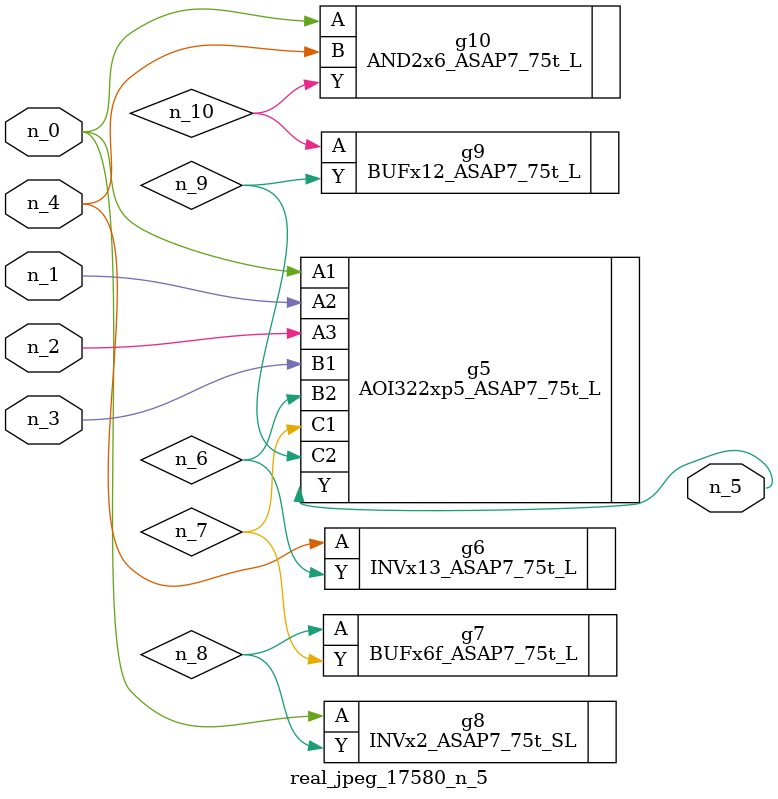
<source format=v>
module real_jpeg_17580_n_5 (n_4, n_0, n_1, n_2, n_3, n_5);

input n_4;
input n_0;
input n_1;
input n_2;
input n_3;

output n_5;

wire n_8;
wire n_6;
wire n_7;
wire n_10;
wire n_9;

AOI322xp5_ASAP7_75t_L g5 ( 
.A1(n_0),
.A2(n_1),
.A3(n_2),
.B1(n_3),
.B2(n_6),
.C1(n_7),
.C2(n_9),
.Y(n_5)
);

INVx2_ASAP7_75t_SL g8 ( 
.A(n_0),
.Y(n_8)
);

AND2x6_ASAP7_75t_L g10 ( 
.A(n_0),
.B(n_4),
.Y(n_10)
);

INVx13_ASAP7_75t_L g6 ( 
.A(n_4),
.Y(n_6)
);

BUFx6f_ASAP7_75t_L g7 ( 
.A(n_8),
.Y(n_7)
);

BUFx12_ASAP7_75t_L g9 ( 
.A(n_10),
.Y(n_9)
);


endmodule
</source>
